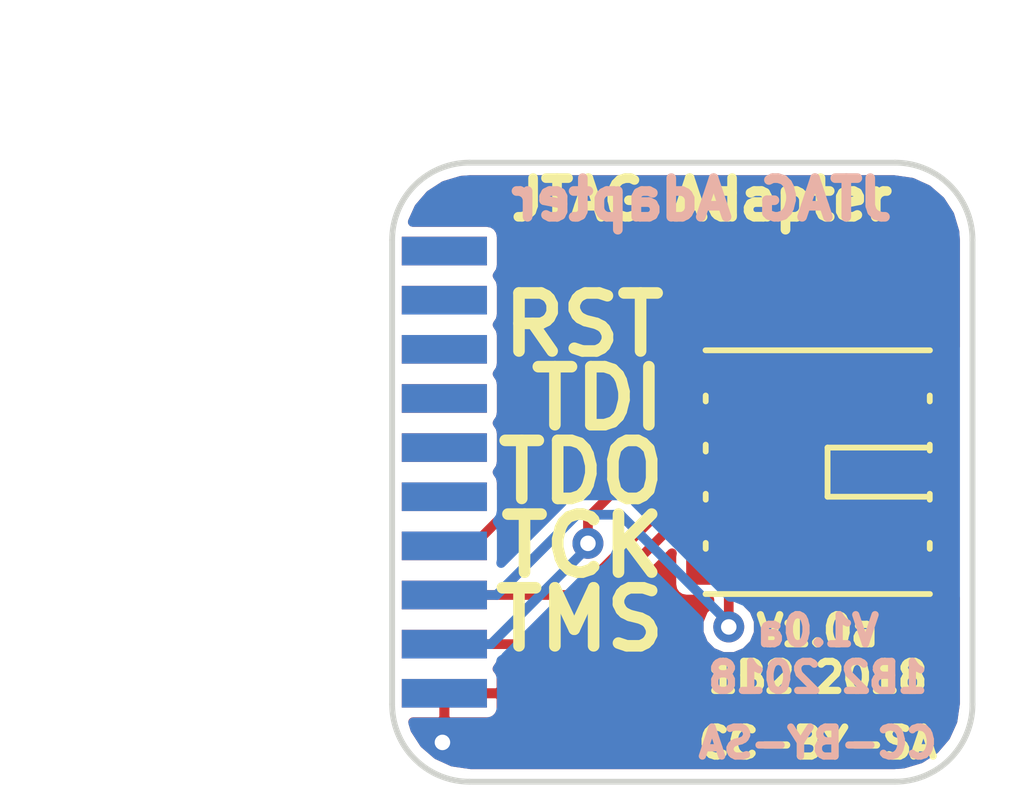
<source format=kicad_pcb>
(kicad_pcb (version 20171130) (host pcbnew 5.0.0-rc2-dev-unknown-c6ef0d5~62~ubuntu16.04.1)

  (general
    (thickness 0.8)
    (drawings 21)
    (tracks 25)
    (zones 0)
    (modules 2)
    (nets 23)
  )

  (page A4)
  (title_block
    (title "ftdi jtag adapter")
    (rev V1.0a)
    (company 1BitSquared)
    (comment 1 "2018 (C) 1BitSquared <info@1bitsquared.com>")
    (comment 2 "2018 (C) Piotr Esden-Tempski <piotr@esden.net>")
    (comment 3 "License: CC-BY-SA 4.0")
  )

  (layers
    (0 F.Cu signal)
    (31 B.Cu signal)
    (33 F.Adhes user)
    (34 B.Paste user)
    (35 F.Paste user)
    (36 B.SilkS user)
    (37 F.SilkS user)
    (38 B.Mask user)
    (39 F.Mask user)
    (40 Dwgs.User user)
    (44 Edge.Cuts user)
    (46 B.CrtYd user)
    (47 F.CrtYd user)
    (48 B.Fab user)
    (49 F.Fab user)
  )

  (setup
    (last_trace_width 0.25)
    (trace_clearance 0.2)
    (zone_clearance 0.25)
    (zone_45_only yes)
    (trace_min 0.2)
    (segment_width 0.15)
    (edge_width 0.15)
    (via_size 0.8)
    (via_drill 0.4)
    (via_min_size 0.4)
    (via_min_drill 0.3)
    (uvia_size 0.3)
    (uvia_drill 0.1)
    (uvias_allowed no)
    (uvia_min_size 0.2)
    (uvia_min_drill 0.1)
    (pcb_text_width 0.3)
    (pcb_text_size 1.5 1.5)
    (mod_edge_width 0.15)
    (mod_text_size 1 1)
    (mod_text_width 0.15)
    (pad_size 1.524 1.524)
    (pad_drill 0.762)
    (pad_to_mask_clearance 0.05)
    (aux_axis_origin 0 0)
    (grid_origin 41 44)
    (visible_elements FFFFFF7F)
    (pcbplotparams
      (layerselection 0x010fc_ffffffff)
      (usegerberextensions true)
      (usegerberattributes false)
      (usegerberadvancedattributes false)
      (creategerberjobfile false)
      (excludeedgelayer true)
      (linewidth 0.300000)
      (plotframeref false)
      (viasonmask false)
      (mode 1)
      (useauxorigin false)
      (hpglpennumber 1)
      (hpglpenspeed 20)
      (hpglpendiameter 15)
      (psnegative false)
      (psa4output false)
      (plotreference true)
      (plotvalue true)
      (plotinvisibletext false)
      (padsonsilk false)
      (subtractmaskfromsilk true)
      (outputformat 1)
      (mirror false)
      (drillshape 0)
      (scaleselection 1)
      (outputdirectory gerber))
  )

  (net 0 "")
  (net 1 GND)
  (net 2 +5V)
  (net 3 /GPIOL1)
  (net 4 /GPIOL3)
  (net 5 /GPIOL0)
  (net 6 /GPIOL2)
  (net 7 /GPIOH0)
  (net 8 /GPIOH2)
  (net 9 /GPIOH4)
  (net 10 /GPIOH6)
  (net 11 /GPIOH8)
  (net 12 /GPIOH1)
  (net 13 /GPIOH3)
  (net 14 /GPIOH5)
  (net 15 /GPIOH7)
  (net 16 /GPIOH9)
  (net 17 /TDI)
  (net 18 /TMS)
  (net 19 /TCK)
  (net 20 /TDO)
  (net 21 "Net-(X1-Pad1)")
  (net 22 "Net-(X1-Pad7)")

  (net_class Default "This is the default net class."
    (clearance 0.2)
    (trace_width 0.25)
    (via_dia 0.8)
    (via_drill 0.4)
    (uvia_dia 0.3)
    (uvia_drill 0.1)
    (add_net +5V)
    (add_net /GPIOH0)
    (add_net /GPIOH1)
    (add_net /GPIOH2)
    (add_net /GPIOH3)
    (add_net /GPIOH4)
    (add_net /GPIOH5)
    (add_net /GPIOH6)
    (add_net /GPIOH7)
    (add_net /GPIOH8)
    (add_net /GPIOH9)
    (add_net /GPIOL0)
    (add_net /GPIOL1)
    (add_net /GPIOL2)
    (add_net /GPIOL3)
    (add_net /TCK)
    (add_net /TDI)
    (add_net /TDO)
    (add_net /TMS)
    (add_net GND)
    (add_net "Net-(X1-Pad1)")
    (add_net "Net-(X1-Pad7)")
  )

  (module pkl_samtec:FTSH-105-XX-X-DV (layer F.Cu) (tedit 576E3874) (tstamp 5AAF39D9)
    (at 41 44 270)
    (path /5AAD66EF)
    (fp_text reference X1 (at 0 4.5 270) (layer F.Fab)
      (effects (font (size 1 1) (thickness 0.15)))
    )
    (fp_text value JTAG-10 (at 0 -4.5 270) (layer F.Fab)
      (effects (font (size 1 1) (thickness 0.15)))
    )
    (fp_line (start -3.3 -3.05) (end 3.3 -3.05) (layer F.CrtYd) (width 0.05))
    (fp_line (start -3.3 3.05) (end -3.3 -3.05) (layer F.CrtYd) (width 0.05))
    (fp_line (start 3.3 3.05) (end -3.3 3.05) (layer F.CrtYd) (width 0.05))
    (fp_line (start 3.3 -3.05) (end 3.3 3.05) (layer F.CrtYd) (width 0.05))
    (fp_line (start -0.635 -0.254) (end -0.635 -2.794) (layer F.SilkS) (width 0.15))
    (fp_line (start 0.635 -0.254) (end -0.635 -0.254) (layer F.SilkS) (width 0.15))
    (fp_line (start 0.635 -2.794) (end 0.635 -0.254) (layer F.SilkS) (width 0.15))
    (fp_line (start 1.8288 2.8956) (end 1.9812 2.8956) (layer F.SilkS) (width 0.15))
    (fp_line (start 0.5588 2.8956) (end 0.7112 2.8956) (layer F.SilkS) (width 0.15))
    (fp_line (start -0.7112 2.8956) (end -0.5334 2.8956) (layer F.SilkS) (width 0.15))
    (fp_line (start -1.9812 2.8956) (end -1.8288 2.8956) (layer F.SilkS) (width 0.15))
    (fp_line (start -1.8288 -2.8956) (end -1.9812 -2.8956) (layer F.SilkS) (width 0.15))
    (fp_line (start -0.5588 -2.8956) (end -0.7112 -2.8956) (layer F.SilkS) (width 0.15))
    (fp_line (start 0.7112 -2.8956) (end 0.5588 -2.8956) (layer F.SilkS) (width 0.15))
    (fp_line (start 1.9812 -2.8956) (end 1.8288 -2.8956) (layer F.SilkS) (width 0.15))
    (fp_line (start 3.15 2.9) (end 3.15 -2.9) (layer F.SilkS) (width 0.15))
    (fp_line (start -3.15 2.9) (end -3.15 -2.9) (layer F.SilkS) (width 0.15))
    (pad 1 smd rect (at 2.54 -2 90) (size 0.74 2.8) (layers F.Cu F.Paste F.Mask)
      (net 21 "Net-(X1-Pad1)"))
    (pad 2 smd rect (at 2.54 2 90) (size 0.74 2.8) (layers F.Cu F.Paste F.Mask)
      (net 18 /TMS))
    (pad 3 smd rect (at 1.27 -2 90) (size 0.74 2.8) (layers F.Cu F.Paste F.Mask)
      (net 1 GND))
    (pad 4 smd rect (at 1.27 2 90) (size 0.74 2.8) (layers F.Cu F.Paste F.Mask)
      (net 19 /TCK))
    (pad 5 smd rect (at 0 -2 90) (size 0.74 2.8) (layers F.Cu F.Paste F.Mask)
      (net 1 GND))
    (pad 6 smd rect (at 0 2 90) (size 0.74 2.8) (layers F.Cu F.Paste F.Mask)
      (net 20 /TDO))
    (pad 7 smd rect (at -1.27 -2 90) (size 0.74 2.8) (layers F.Cu F.Paste F.Mask)
      (net 22 "Net-(X1-Pad7)"))
    (pad 8 smd rect (at -1.27 2 90) (size 0.74 2.8) (layers F.Cu F.Paste F.Mask)
      (net 17 /TDI))
    (pad 9 smd rect (at -2.54 -2 90) (size 0.74 2.8) (layers F.Cu F.Paste F.Mask)
      (net 1 GND))
    (pad 10 smd rect (at -2.54 2 90) (size 0.74 2.8) (layers F.Cu F.Paste F.Mask)
      (net 5 /GPIOL0))
  )

  (module pkl_samtec:FTSH-EDGE-20pin (layer B.Cu) (tedit 5AA86B70) (tstamp 5AABA328)
    (at 30 44 90)
    (path /5BD3E874)
    (fp_text reference J1 (at 5.3 -0.9 90) (layer B.Fab)
      (effects (font (size 1 1) (thickness 0.15)) (justify mirror))
    )
    (fp_text value Conn (at -4.4 -0.9 90) (layer B.Fab)
      (effects (font (size 1 1) (thickness 0.15)) (justify mirror))
    )
    (fp_line (start -3.175 0.203) (end -3.175 1.894) (layer F.Fab) (width 0.406))
    (fp_line (start 6.35 0) (end 6.35 -0.5) (layer B.Fab) (width 0.1))
    (fp_line (start -6.35 0) (end -6.35 -0.5) (layer B.Fab) (width 0.1))
    (fp_line (start -6.35 0) (end 6.35 0) (layer B.Fab) (width 0.1))
    (fp_line (start -6.35 0) (end 6.35 0) (layer F.Fab) (width 0.1))
    (fp_line (start -6.35 0) (end -6.35 -0.5) (layer F.Fab) (width 0.1))
    (fp_line (start 6.35 0) (end 6.35 -0.5) (layer F.Fab) (width 0.1))
    (fp_line (start -4.445 0.203) (end -4.445 1.894) (layer F.Fab) (width 0.406))
    (fp_line (start -5.715 0.203) (end -5.715 1.894) (layer F.Fab) (width 0.406))
    (fp_line (start -1.905 0.203) (end -1.905 1.894) (layer F.Fab) (width 0.406))
    (fp_line (start -0.635 0.203) (end -0.635 1.894) (layer F.Fab) (width 0.406))
    (fp_line (start -5.715 0.203) (end -5.715 1.894) (layer B.Fab) (width 0.406))
    (fp_line (start -4.445 0.203) (end -4.445 1.894) (layer B.Fab) (width 0.406))
    (fp_line (start -3.175 0.203) (end -3.175 1.894) (layer B.Fab) (width 0.406))
    (fp_line (start -1.905 0.203) (end -1.905 1.894) (layer B.Fab) (width 0.406))
    (fp_line (start -0.635 0.203) (end -0.635 1.894) (layer B.Fab) (width 0.406))
    (fp_line (start 0.635 0.203) (end 0.635 1.894) (layer F.Fab) (width 0.406))
    (fp_line (start 1.905 0.203) (end 1.905 1.894) (layer F.Fab) (width 0.406))
    (fp_line (start 3.175 0.203) (end 3.175 1.894) (layer F.Fab) (width 0.406))
    (fp_line (start 4.445 0.203) (end 4.445 1.894) (layer F.Fab) (width 0.406))
    (fp_line (start 5.715 0.203) (end 5.715 1.894) (layer F.Fab) (width 0.406))
    (fp_line (start 0.635 0.203) (end 0.635 1.894) (layer B.Fab) (width 0.406))
    (fp_line (start 1.905 0.203) (end 1.905 1.894) (layer B.Fab) (width 0.406))
    (fp_line (start 3.175 0.203) (end 3.175 1.894) (layer B.Fab) (width 0.406))
    (fp_line (start 4.445 0.203) (end 4.445 1.894) (layer B.Fab) (width 0.406))
    (fp_line (start 5.715 0.203) (end 5.715 1.894) (layer B.Fab) (width 0.406))
    (pad 1 smd rect (at -5.715 1.35 90) (size 0.74 2.2) (layers B.Cu B.Paste B.Mask)
      (net 2 +5V))
    (pad 2 smd rect (at -5.715 1.35 90) (size 0.74 2.2) (layers F.Cu F.Paste F.Mask)
      (net 1 GND))
    (pad 3 smd rect (at -4.445 1.35 90) (size 0.74 2.2) (layers B.Cu B.Paste B.Mask)
      (net 17 /TDI))
    (pad 5 smd rect (at -3.175 1.35 90) (size 0.74 2.2) (layers B.Cu B.Paste B.Mask)
      (net 18 /TMS))
    (pad 7 smd rect (at -1.905 1.35 90) (size 0.74 2.2) (layers B.Cu B.Paste B.Mask)
      (net 3 /GPIOL1))
    (pad 9 smd rect (at -0.635 1.35 90) (size 0.74 2.2) (layers B.Cu B.Paste B.Mask)
      (net 4 /GPIOL3))
    (pad 4 smd rect (at -4.445 1.35 90) (size 0.74 2.2) (layers F.Cu F.Paste F.Mask)
      (net 19 /TCK))
    (pad 6 smd rect (at -3.175 1.35 90) (size 0.74 2.2) (layers F.Cu F.Paste F.Mask)
      (net 20 /TDO))
    (pad 8 smd rect (at -1.905 1.35 90) (size 0.74 2.2) (layers F.Cu F.Paste F.Mask)
      (net 5 /GPIOL0))
    (pad 10 smd rect (at -0.635 1.35 90) (size 0.74 2.2) (layers F.Cu F.Paste F.Mask)
      (net 6 /GPIOL2))
    (pad 12 smd rect (at 0.635 1.35 90) (size 0.74 2.2) (layers F.Cu F.Paste F.Mask)
      (net 7 /GPIOH0))
    (pad 14 smd rect (at 1.905 1.35 90) (size 0.74 2.2) (layers F.Cu F.Paste F.Mask)
      (net 8 /GPIOH2))
    (pad 16 smd rect (at 3.175 1.35 90) (size 0.74 2.2) (layers F.Cu F.Paste F.Mask)
      (net 9 /GPIOH4))
    (pad 18 smd rect (at 4.445 1.35 90) (size 0.74 2.2) (layers F.Cu F.Paste F.Mask)
      (net 10 /GPIOH6))
    (pad 20 smd rect (at 5.715 1.35 90) (size 0.74 2.2) (layers F.Cu F.Paste F.Mask)
      (net 11 /GPIOH8))
    (pad 11 smd rect (at 0.635 1.35 90) (size 0.74 2.2) (layers B.Cu B.Paste B.Mask)
      (net 12 /GPIOH1))
    (pad 13 smd rect (at 1.905 1.35 90) (size 0.74 2.2) (layers B.Cu B.Paste B.Mask)
      (net 13 /GPIOH3))
    (pad 15 smd rect (at 3.175 1.35 90) (size 0.74 2.2) (layers B.Cu B.Paste B.Mask)
      (net 14 /GPIOH5))
    (pad 17 smd rect (at 4.445 1.35 90) (size 0.74 2.2) (layers B.Cu B.Paste B.Mask)
      (net 15 /GPIOH7))
    (pad 19 smd rect (at 5.715 1.35 90) (size 0.74 2.2) (layers B.Cu B.Paste B.Mask)
      (net 16 /GPIOH9))
  )

  (gr_text TDI (at 37.19 42.095) (layer F.SilkS) (tstamp 5AAD95D5)
    (effects (font (size 1.5 1.5) (thickness 0.3)) (justify right))
  )
  (dimension 15 (width 0.3) (layer Dwgs.User)
    (gr_text "15.000 mm" (at 37.5 33.65) (layer Dwgs.User)
      (effects (font (size 1.5 1.5) (thickness 0.3)))
    )
    (feature1 (pts (xy 45 38) (xy 45 32.3)))
    (feature2 (pts (xy 30 38) (xy 30 32.3)))
    (crossbar (pts (xy 30 35) (xy 45 35)))
    (arrow1a (pts (xy 45 35) (xy 43.873496 35.586421)))
    (arrow1b (pts (xy 45 35) (xy 43.873496 34.413579)))
    (arrow2a (pts (xy 30 35) (xy 31.126504 35.586421)))
    (arrow2b (pts (xy 30 35) (xy 31.126504 34.413579)))
  )
  (dimension 16 (width 0.3) (layer Dwgs.User)
    (gr_text "16.000 mm" (at 26.15 44 90) (layer Dwgs.User)
      (effects (font (size 1.5 1.5) (thickness 0.3)))
    )
    (feature1 (pts (xy 32 36) (xy 24.8 36)))
    (feature2 (pts (xy 32 52) (xy 24.8 52)))
    (crossbar (pts (xy 27.5 52) (xy 27.5 36)))
    (arrow1a (pts (xy 27.5 36) (xy 28.086421 37.126504)))
    (arrow1b (pts (xy 27.5 36) (xy 26.913579 37.126504)))
    (arrow2a (pts (xy 27.5 52) (xy 28.086421 50.873496)))
    (arrow2b (pts (xy 27.5 52) (xy 26.913579 50.873496)))
  )
  (gr_text RST (at 37.19 40.19) (layer F.SilkS) (tstamp 5AAD9969)
    (effects (font (size 1.5 1.5) (thickness 0.3)) (justify right))
  )
  (gr_text TMS (at 37.19 47.81) (layer F.SilkS) (tstamp 5AAD95D9)
    (effects (font (size 1.5 1.5) (thickness 0.3)) (justify right))
  )
  (gr_text TCK (at 37.19 45.905) (layer F.SilkS) (tstamp 5AAD941E)
    (effects (font (size 1.5 1.5) (thickness 0.3)) (justify right))
  )
  (gr_text TDO (at 37.19 44) (layer F.SilkS) (tstamp 5AAD994C)
    (effects (font (size 1.5 1.5) (thickness 0.3)) (justify right))
  )
  (gr_text CC-BY-SA (at 41 51) (layer B.SilkS) (tstamp 5AABB431)
    (effects (font (size 0.75 0.75) (thickness 0.1875)) (justify mirror))
  )
  (gr_text CC-BY-SA (at 41 51) (layer F.SilkS) (tstamp 5AABB42B)
    (effects (font (size 0.75 0.75) (thickness 0.1875)))
  )
  (gr_text "V1.0a\n1B2 2018" (at 41 48.7) (layer F.SilkS) (tstamp 5AABB427)
    (effects (font (size 0.75 0.75) (thickness 0.1875)))
  )
  (gr_text "V1.0a\n1B2 2018" (at 41 48.7) (layer B.SilkS) (tstamp 5AAF3B66)
    (effects (font (size 0.75 0.75) (thickness 0.1875)) (justify mirror))
  )
  (gr_text "JTAG Adapter" (at 38 36.95) (layer B.SilkS) (tstamp 5AAD9945)
    (effects (font (size 1 1) (thickness 0.25)) (justify mirror))
  )
  (gr_text "JTAG Adapter" (at 38 36.95) (layer F.SilkS)
    (effects (font (size 1 1) (thickness 0.25)))
  )
  (gr_arc (start 32 50) (end 30 50) (angle -90) (layer Edge.Cuts) (width 0.15))
  (gr_arc (start 43 50) (end 43 52) (angle -90) (layer Edge.Cuts) (width 0.15))
  (gr_arc (start 43 38) (end 45 38) (angle -90) (layer Edge.Cuts) (width 0.15))
  (gr_arc (start 32 38) (end 32 36) (angle -90) (layer Edge.Cuts) (width 0.15))
  (gr_line (start 30 50) (end 30 38) (layer Edge.Cuts) (width 0.15))
  (gr_line (start 43 52) (end 32 52) (layer Edge.Cuts) (width 0.15))
  (gr_line (start 45 38) (end 45 50) (layer Edge.Cuts) (width 0.15))
  (gr_line (start 32 36) (end 43 36) (layer Edge.Cuts) (width 0.15))

  (via (at 31.3 50.985) (size 0.8) (drill 0.4) (layers F.Cu B.Cu) (net 1))
  (segment (start 31.35 45.905) (end 32.08 45.905) (width 0.25) (layer F.Cu) (net 5))
  (segment (start 32.08 45.905) (end 36.525 41.46) (width 0.25) (layer F.Cu) (net 5))
  (segment (start 36.525 41.46) (end 39 41.46) (width 0.25) (layer F.Cu) (net 5))
  (segment (start 31.35 48.445) (end 32.555 48.445) (width 0.25) (layer B.Cu) (net 17))
  (segment (start 35.060536 45.939464) (end 35.060536 45.839783) (width 0.25) (layer B.Cu) (net 17))
  (segment (start 32.555 48.445) (end 35.060536 45.939464) (width 0.25) (layer B.Cu) (net 17))
  (via (at 35.060536 45.839783) (size 0.8) (drill 0.4) (layers F.Cu B.Cu) (net 17))
  (segment (start 35.060536 45.173779) (end 35.060536 45.839783) (width 0.25) (layer F.Cu) (net 17))
  (segment (start 37.504315 42.73) (end 35.060536 45.173779) (width 0.25) (layer F.Cu) (net 17))
  (segment (start 39 42.73) (end 37.504315 42.73) (width 0.25) (layer F.Cu) (net 17))
  (segment (start 38.7 48) (end 38.7 46.84) (width 0.25) (layer F.Cu) (net 18))
  (segment (start 38.7 46.84) (end 39 46.54) (width 0.25) (layer F.Cu) (net 18))
  (segment (start 35.9 45.1) (end 38.7 47.9) (width 0.25) (layer B.Cu) (net 18))
  (via (at 38.7 48) (size 0.8) (drill 0.4) (layers F.Cu B.Cu) (net 18))
  (segment (start 38.7 47.9) (end 38.7 48) (width 0.25) (layer B.Cu) (net 18))
  (segment (start 34.775 45.1) (end 35.9 45.1) (width 0.25) (layer B.Cu) (net 18))
  (segment (start 31.35 47.175) (end 32.7 47.175) (width 0.25) (layer B.Cu) (net 18))
  (segment (start 32.7 47.175) (end 34.775 45.1) (width 0.25) (layer B.Cu) (net 18))
  (segment (start 34.175 48.445) (end 37.35 45.27) (width 0.25) (layer F.Cu) (net 19))
  (segment (start 37.35 45.27) (end 39 45.27) (width 0.25) (layer F.Cu) (net 19))
  (segment (start 31.35 48.445) (end 34.175 48.445) (width 0.25) (layer F.Cu) (net 19))
  (segment (start 31.35 47.175) (end 34.75581 47.175) (width 0.25) (layer F.Cu) (net 20))
  (segment (start 34.75581 47.175) (end 37.93081 44) (width 0.25) (layer F.Cu) (net 20))
  (segment (start 37.93081 44) (end 39 44) (width 0.25) (layer F.Cu) (net 20))

  (zone (net 1) (net_name GND) (layer F.Cu) (tstamp 0) (hatch edge 0.508)
    (connect_pads (clearance 0.25))
    (min_thickness 0.25)
    (fill yes (arc_segments 16) (thermal_gap 0.25) (thermal_bridge_width 0.26))
    (polygon
      (pts
        (xy 30 36) (xy 45 36) (xy 45 52) (xy 30 52)
      )
    )
    (filled_polygon
      (pts
        (xy 43.433745 36.516708) (xy 43.832621 36.698066) (xy 44.164564 36.984087) (xy 44.402887 37.351776) (xy 44.532892 37.78648)
        (xy 44.55 38.016702) (xy 44.55 40.746235) (xy 44.474592 40.715) (xy 43.09875 40.715) (xy 43.005 40.80875)
        (xy 43.005 41.455) (xy 43.025 41.455) (xy 43.025 41.465) (xy 43.005 41.465) (xy 43.005 41.485)
        (xy 42.995 41.485) (xy 42.995 41.465) (xy 41.31875 41.465) (xy 41.225 41.55875) (xy 41.225 41.904592)
        (xy 41.28209 42.04242) (xy 41.329509 42.089839) (xy 41.246758 42.213683) (xy 41.217654 42.36) (xy 41.217654 43.1)
        (xy 41.246758 43.246317) (xy 41.329509 43.370161) (xy 41.28209 43.41758) (xy 41.225 43.555408) (xy 41.225 43.90125)
        (xy 41.31875 43.995) (xy 42.995 43.995) (xy 42.995 43.975) (xy 43.005 43.975) (xy 43.005 43.995)
        (xy 43.025 43.995) (xy 43.025 44.005) (xy 43.005 44.005) (xy 43.005 45.265) (xy 43.025 45.265)
        (xy 43.025 45.275) (xy 43.005 45.275) (xy 43.005 45.295) (xy 42.995 45.295) (xy 42.995 45.275)
        (xy 41.31875 45.275) (xy 41.225 45.36875) (xy 41.225 45.714592) (xy 41.28209 45.85242) (xy 41.329509 45.899839)
        (xy 41.246758 46.023683) (xy 41.217654 46.17) (xy 41.217654 46.91) (xy 41.246758 47.056317) (xy 41.329641 47.180359)
        (xy 41.453683 47.263242) (xy 41.6 47.292346) (xy 44.4 47.292346) (xy 44.546317 47.263242) (xy 44.550001 47.260781)
        (xy 44.550001 49.967935) (xy 44.483292 50.433746) (xy 44.301935 50.83262) (xy 44.015912 51.164565) (xy 43.648228 51.402886)
        (xy 43.21352 51.532892) (xy 42.983298 51.55) (xy 32.032058 51.55) (xy 31.566254 51.483292) (xy 31.16738 51.301935)
        (xy 30.835435 51.015912) (xy 30.597114 50.648228) (xy 30.540822 50.46) (xy 31.25125 50.46) (xy 31.345 50.36625)
        (xy 31.345 49.72) (xy 31.355 49.72) (xy 31.355 50.36625) (xy 31.44875 50.46) (xy 32.524592 50.46)
        (xy 32.662421 50.40291) (xy 32.76791 50.29742) (xy 32.825 50.159592) (xy 32.825 49.81375) (xy 32.73125 49.72)
        (xy 31.355 49.72) (xy 31.345 49.72) (xy 31.325 49.72) (xy 31.325 49.71) (xy 31.345 49.71)
        (xy 31.345 49.69) (xy 31.355 49.69) (xy 31.355 49.71) (xy 32.73125 49.71) (xy 32.825 49.61625)
        (xy 32.825 49.270408) (xy 32.76791 49.13258) (xy 32.720491 49.085161) (xy 32.803242 48.961317) (xy 32.806488 48.945)
        (xy 34.125759 48.945) (xy 34.175 48.954795) (xy 34.224241 48.945) (xy 34.224243 48.945) (xy 34.37009 48.915989)
        (xy 34.53548 48.80548) (xy 34.563377 48.763729) (xy 37.232688 46.094419) (xy 37.217654 46.17) (xy 37.217654 46.91)
        (xy 37.246758 47.056317) (xy 37.329641 47.180359) (xy 37.453683 47.263242) (xy 37.6 47.292346) (xy 38.200001 47.292346)
        (xy 38.200001 47.403984) (xy 38.042987 47.560998) (xy 37.925 47.845843) (xy 37.925 48.154157) (xy 38.042987 48.439002)
        (xy 38.260998 48.657013) (xy 38.545843 48.775) (xy 38.854157 48.775) (xy 39.139002 48.657013) (xy 39.357013 48.439002)
        (xy 39.475 48.154157) (xy 39.475 47.845843) (xy 39.357013 47.560998) (xy 39.2 47.403985) (xy 39.2 47.292346)
        (xy 40.4 47.292346) (xy 40.546317 47.263242) (xy 40.670359 47.180359) (xy 40.753242 47.056317) (xy 40.782346 46.91)
        (xy 40.782346 46.17) (xy 40.753242 46.023683) (xy 40.67394 45.905) (xy 40.753242 45.786317) (xy 40.782346 45.64)
        (xy 40.782346 44.9) (xy 40.753242 44.753683) (xy 40.67394 44.635) (xy 40.753242 44.516317) (xy 40.782346 44.37)
        (xy 40.782346 44.09875) (xy 41.225 44.09875) (xy 41.225 44.444592) (xy 41.28209 44.58242) (xy 41.33467 44.635)
        (xy 41.28209 44.68758) (xy 41.225 44.825408) (xy 41.225 45.17125) (xy 41.31875 45.265) (xy 42.995 45.265)
        (xy 42.995 44.005) (xy 41.31875 44.005) (xy 41.225 44.09875) (xy 40.782346 44.09875) (xy 40.782346 43.63)
        (xy 40.753242 43.483683) (xy 40.67394 43.365) (xy 40.753242 43.246317) (xy 40.782346 43.1) (xy 40.782346 42.36)
        (xy 40.753242 42.213683) (xy 40.67394 42.095) (xy 40.753242 41.976317) (xy 40.782346 41.83) (xy 40.782346 41.09)
        (xy 40.767509 41.015408) (xy 41.225 41.015408) (xy 41.225 41.36125) (xy 41.31875 41.455) (xy 42.995 41.455)
        (xy 42.995 40.80875) (xy 42.90125 40.715) (xy 41.525408 40.715) (xy 41.387579 40.77209) (xy 41.28209 40.87758)
        (xy 41.225 41.015408) (xy 40.767509 41.015408) (xy 40.753242 40.943683) (xy 40.670359 40.819641) (xy 40.546317 40.736758)
        (xy 40.4 40.707654) (xy 37.6 40.707654) (xy 37.453683 40.736758) (xy 37.329641 40.819641) (xy 37.246758 40.943683)
        (xy 37.243512 40.96) (xy 36.57424 40.96) (xy 36.524999 40.950205) (xy 36.475758 40.96) (xy 36.475757 40.96)
        (xy 36.32991 40.989011) (xy 36.16452 41.09952) (xy 36.136625 41.141268) (xy 32.832346 44.445548) (xy 32.832346 44.265)
        (xy 32.803242 44.118683) (xy 32.72394 44) (xy 32.803242 43.881317) (xy 32.832346 43.735) (xy 32.832346 42.995)
        (xy 32.803242 42.848683) (xy 32.72394 42.73) (xy 32.803242 42.611317) (xy 32.832346 42.465) (xy 32.832346 41.725)
        (xy 32.803242 41.578683) (xy 32.72394 41.46) (xy 32.803242 41.341317) (xy 32.832346 41.195) (xy 32.832346 40.455)
        (xy 32.803242 40.308683) (xy 32.72394 40.19) (xy 32.803242 40.071317) (xy 32.832346 39.925) (xy 32.832346 39.185)
        (xy 32.803242 39.038683) (xy 32.72394 38.92) (xy 32.803242 38.801317) (xy 32.832346 38.655) (xy 32.832346 37.915)
        (xy 32.803242 37.768683) (xy 32.720359 37.644641) (xy 32.596317 37.561758) (xy 32.45 37.532654) (xy 30.531985 37.532654)
        (xy 30.698066 37.167379) (xy 30.984087 36.835436) (xy 31.351776 36.597113) (xy 31.78648 36.467108) (xy 32.016702 36.45)
        (xy 42.967942 36.45)
      )
    )
  )
  (zone (net 1) (net_name GND) (layer B.Cu) (tstamp 5AABB530) (hatch edge 0.508)
    (connect_pads (clearance 0.25))
    (min_thickness 0.25)
    (fill yes (arc_segments 16) (thermal_gap 0.25) (thermal_bridge_width 0.26))
    (polygon
      (pts
        (xy 30 36) (xy 45 36) (xy 45 52) (xy 30 52)
      )
    )
    (filled_polygon
      (pts
        (xy 43.433745 36.516708) (xy 43.832621 36.698066) (xy 44.164564 36.984087) (xy 44.402887 37.351776) (xy 44.532892 37.78648)
        (xy 44.55 38.016702) (xy 44.550001 49.967935) (xy 44.483292 50.433746) (xy 44.301935 50.83262) (xy 44.015912 51.164565)
        (xy 43.648228 51.402886) (xy 43.21352 51.532892) (xy 42.983298 51.55) (xy 32.032058 51.55) (xy 31.566254 51.483292)
        (xy 31.16738 51.301935) (xy 30.835435 51.015912) (xy 30.597114 50.648228) (xy 30.543019 50.467346) (xy 32.45 50.467346)
        (xy 32.596317 50.438242) (xy 32.720359 50.355359) (xy 32.803242 50.231317) (xy 32.832346 50.085) (xy 32.832346 49.345)
        (xy 32.803242 49.198683) (xy 32.72394 49.08) (xy 32.803242 48.961317) (xy 32.821787 48.868083) (xy 32.91548 48.80548)
        (xy 32.943377 48.76373) (xy 35.092324 46.614783) (xy 35.214693 46.614783) (xy 35.499538 46.496796) (xy 35.717549 46.278785)
        (xy 35.835536 45.99394) (xy 35.835536 45.742642) (xy 37.929023 47.83613) (xy 37.925 47.845843) (xy 37.925 48.154157)
        (xy 38.042987 48.439002) (xy 38.260998 48.657013) (xy 38.545843 48.775) (xy 38.854157 48.775) (xy 39.139002 48.657013)
        (xy 39.357013 48.439002) (xy 39.475 48.154157) (xy 39.475 47.845843) (xy 39.357013 47.560998) (xy 39.139002 47.342987)
        (xy 38.854157 47.225) (xy 38.732107 47.225) (xy 36.288377 44.78127) (xy 36.26048 44.73952) (xy 36.09509 44.629011)
        (xy 35.949243 44.6) (xy 35.949241 44.6) (xy 35.9 44.590205) (xy 35.850759 44.6) (xy 34.82424 44.6)
        (xy 34.774999 44.590205) (xy 34.725758 44.6) (xy 34.725757 44.6) (xy 34.57991 44.629011) (xy 34.41452 44.73952)
        (xy 34.386625 44.781268) (xy 32.817312 46.350582) (xy 32.832346 46.275) (xy 32.832346 45.535) (xy 32.803242 45.388683)
        (xy 32.72394 45.27) (xy 32.803242 45.151317) (xy 32.832346 45.005) (xy 32.832346 44.265) (xy 32.803242 44.118683)
        (xy 32.72394 44) (xy 32.803242 43.881317) (xy 32.832346 43.735) (xy 32.832346 42.995) (xy 32.803242 42.848683)
        (xy 32.72394 42.73) (xy 32.803242 42.611317) (xy 32.832346 42.465) (xy 32.832346 41.725) (xy 32.803242 41.578683)
        (xy 32.72394 41.46) (xy 32.803242 41.341317) (xy 32.832346 41.195) (xy 32.832346 40.455) (xy 32.803242 40.308683)
        (xy 32.72394 40.19) (xy 32.803242 40.071317) (xy 32.832346 39.925) (xy 32.832346 39.185) (xy 32.803242 39.038683)
        (xy 32.72394 38.92) (xy 32.803242 38.801317) (xy 32.832346 38.655) (xy 32.832346 37.915) (xy 32.803242 37.768683)
        (xy 32.720359 37.644641) (xy 32.596317 37.561758) (xy 32.45 37.532654) (xy 30.531985 37.532654) (xy 30.698066 37.167379)
        (xy 30.984087 36.835436) (xy 31.351776 36.597113) (xy 31.78648 36.467108) (xy 32.016702 36.45) (xy 42.967942 36.45)
      )
    )
  )
)

</source>
